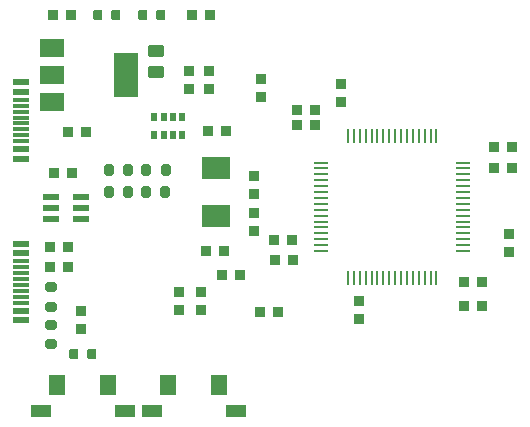
<source format=gtp>
G04 #@! TF.GenerationSoftware,KiCad,Pcbnew,(7.99.0-174-g31be74b8b3)*
G04 #@! TF.CreationDate,2023-07-10T17:09:23+02:00*
G04 #@! TF.ProjectId,HydraBus,48796472-6142-4757-932e-6b696361645f,1.0 Rev1.4*
G04 #@! TF.SameCoordinates,Original*
G04 #@! TF.FileFunction,Paste,Top*
G04 #@! TF.FilePolarity,Positive*
%FSLAX46Y46*%
G04 Gerber Fmt 4.6, Leading zero omitted, Abs format (unit mm)*
G04 Created by KiCad (PCBNEW (7.99.0-174-g31be74b8b3)) date 2023-07-10 17:09:23*
%MOMM*%
%LPD*%
G01*
G04 APERTURE LIST*
G04 Aperture macros list*
%AMRoundRect*
0 Rectangle with rounded corners*
0 $1 Rounding radius*
0 $2 $3 $4 $5 $6 $7 $8 $9 X,Y pos of 4 corners*
0 Add a 4 corners polygon primitive as box body*
4,1,4,$2,$3,$4,$5,$6,$7,$8,$9,$2,$3,0*
0 Add four circle primitives for the rounded corners*
1,1,$1+$1,$2,$3*
1,1,$1+$1,$4,$5*
1,1,$1+$1,$6,$7*
1,1,$1+$1,$8,$9*
0 Add four rect primitives between the rounded corners*
20,1,$1+$1,$2,$3,$4,$5,0*
20,1,$1+$1,$4,$5,$6,$7,0*
20,1,$1+$1,$6,$7,$8,$9,0*
20,1,$1+$1,$8,$9,$2,$3,0*%
G04 Aperture macros list end*
%ADD10RoundRect,0.200000X-0.200000X-0.275000X0.200000X-0.275000X0.200000X0.275000X-0.200000X0.275000X0*%
%ADD11RoundRect,0.200000X0.200000X0.275000X-0.200000X0.275000X-0.200000X-0.275000X0.200000X-0.275000X0*%
%ADD12RoundRect,0.200000X-0.275000X0.200000X-0.275000X-0.200000X0.275000X-0.200000X0.275000X0.200000X0*%
%ADD13R,1.450000X0.600000*%
%ADD14R,1.450000X0.300000*%
%ADD15R,2.400000X1.900000*%
%ADD16R,0.240000X1.200000*%
%ADD17R,1.200000X0.240000*%
%ADD18R,1.778000X1.016000*%
%ADD19R,1.397000X1.778000*%
%ADD20RoundRect,0.111125X0.333375X-0.333375X0.333375X0.333375X-0.333375X0.333375X-0.333375X-0.333375X0*%
%ADD21RoundRect,0.111125X0.333375X0.333375X-0.333375X0.333375X-0.333375X-0.333375X0.333375X-0.333375X0*%
%ADD22RoundRect,0.111125X-0.333375X-0.333375X0.333375X-0.333375X0.333375X0.333375X-0.333375X0.333375X0*%
%ADD23R,2.000000X3.800000*%
%ADD24R,2.000000X1.500000*%
%ADD25RoundRect,0.127000X-0.571500X0.381000X-0.571500X-0.381000X0.571500X-0.381000X0.571500X0.381000X0*%
%ADD26RoundRect,0.111125X-0.333375X0.333375X-0.333375X-0.333375X0.333375X-0.333375X0.333375X0.333375X0*%
%ADD27R,1.320800X0.558800*%
%ADD28RoundRect,0.095250X-0.285750X-0.349250X0.285750X-0.349250X0.285750X0.349250X-0.285750X0.349250X0*%
%ADD29RoundRect,0.095250X0.285750X0.349250X-0.285750X0.349250X-0.285750X-0.349250X0.285750X-0.349250X0*%
%ADD30R,0.508000X0.762000*%
G04 APERTURE END LIST*
D10*
X165545000Y-83820000D03*
X167195000Y-83820000D03*
X167140000Y-85725000D03*
X165490000Y-85725000D03*
D11*
X164020000Y-85695000D03*
X162370000Y-85695000D03*
X164020000Y-83820000D03*
X162370000Y-83820000D03*
D12*
X157480000Y-96935000D03*
X157480000Y-98585000D03*
X157480000Y-93790000D03*
X157480000Y-95440000D03*
D13*
X154954587Y-76409999D03*
X154954587Y-77209999D03*
D14*
X154954587Y-78409999D03*
X154954587Y-79409999D03*
X154954587Y-79909999D03*
X154954587Y-80909999D03*
D13*
X154954587Y-82109999D03*
X154954587Y-82909999D03*
X154954587Y-82909999D03*
X154954587Y-82109999D03*
D14*
X154954587Y-81409999D03*
X154954587Y-80409999D03*
X154954587Y-78909999D03*
X154954587Y-77909999D03*
D13*
X154954587Y-77209999D03*
X154954587Y-76409999D03*
X154954587Y-90094999D03*
X154954587Y-90894999D03*
D14*
X154954587Y-91594999D03*
X154954587Y-92594999D03*
X154954587Y-94094999D03*
X154954587Y-95094999D03*
D13*
X154954587Y-95794999D03*
X154954587Y-96594999D03*
X154954587Y-96594999D03*
X154954587Y-95794999D03*
D14*
X154954587Y-94594999D03*
X154954587Y-93594999D03*
X154954587Y-93094999D03*
X154954587Y-92094999D03*
D13*
X154954587Y-90894999D03*
X154954587Y-90094999D03*
D15*
X171449999Y-87774999D03*
X171449999Y-83674999D03*
D16*
X182615899Y-80969599D03*
X183115899Y-80969599D03*
X183615899Y-80969599D03*
X184115899Y-80969599D03*
X184615899Y-80969599D03*
X185115899Y-80969599D03*
X185615899Y-80969599D03*
X186115899Y-80969599D03*
X186615899Y-80969599D03*
X187115899Y-80969599D03*
X187615899Y-80969599D03*
X188115899Y-80969599D03*
X188615899Y-80969599D03*
X189115899Y-80969599D03*
X189615899Y-80969599D03*
X190115899Y-80969599D03*
D17*
X192365899Y-83219599D03*
X192365899Y-83719599D03*
X192365899Y-84219599D03*
X192365899Y-84719599D03*
X192365899Y-85219599D03*
X192365899Y-85719599D03*
X192365899Y-86219599D03*
X192365899Y-86719599D03*
X192365899Y-87219599D03*
X192365899Y-87719599D03*
X192365899Y-88219599D03*
X192365899Y-88719599D03*
X192365899Y-89219599D03*
X192365899Y-89719599D03*
X192365899Y-90219599D03*
X192365899Y-90719599D03*
D16*
X190115899Y-92969599D03*
X189615899Y-92969599D03*
X189115899Y-92969599D03*
X188615899Y-92969599D03*
X188115899Y-92969599D03*
X187615899Y-92969599D03*
X187115899Y-92969599D03*
X186615899Y-92969599D03*
X186115899Y-92969599D03*
X185615899Y-92969599D03*
X185115899Y-92969599D03*
X184615899Y-92969599D03*
X184115899Y-92969599D03*
X183615899Y-92969599D03*
X183115899Y-92969599D03*
X182615899Y-92969599D03*
D17*
X180365899Y-90719599D03*
X180365899Y-90219599D03*
X180365899Y-89719599D03*
X180365899Y-89219599D03*
X180365899Y-88719599D03*
X180365899Y-88219599D03*
X180365899Y-87719599D03*
X180365899Y-87219599D03*
X180365899Y-86719599D03*
X180365899Y-86219599D03*
X180365899Y-85719599D03*
X180365899Y-85219599D03*
X180365899Y-84719599D03*
X180365899Y-84219599D03*
X180365899Y-83719599D03*
X180365899Y-83219599D03*
D18*
X173139099Y-104241599D03*
X166027099Y-104241599D03*
D19*
X171742099Y-102082599D03*
X167424099Y-102082599D03*
D20*
X175260000Y-76174600D03*
X175260000Y-77698600D03*
D21*
X170561000Y-90735000D03*
X172085000Y-90735000D03*
X170803000Y-80575000D03*
X172327000Y-80575000D03*
D22*
X176657000Y-95885000D03*
X175133000Y-95885000D03*
D20*
X182029100Y-76555600D03*
X182029100Y-78079600D03*
D23*
X163843099Y-75793599D03*
D24*
X157543099Y-78093599D03*
X157543099Y-75793599D03*
X157543099Y-73493599D03*
D22*
X159258000Y-84074000D03*
X157734000Y-84074000D03*
X173482000Y-92710000D03*
X171958000Y-92710000D03*
D25*
X166408100Y-75539600D03*
X166408100Y-73761600D03*
D22*
X160439100Y-80619600D03*
X158915100Y-80619600D03*
X159169100Y-70713600D03*
X157645100Y-70713600D03*
X170980100Y-70713600D03*
X169456100Y-70713600D03*
X196507100Y-81889600D03*
X194983100Y-81889600D03*
D26*
X183527700Y-96469200D03*
X183527700Y-94945200D03*
D21*
X192443100Y-93319600D03*
X193967100Y-93319600D03*
X176364900Y-89738200D03*
X177888900Y-89738200D03*
X178308000Y-80010000D03*
X179832000Y-80010000D03*
X192443100Y-95351600D03*
X193967100Y-95351600D03*
X176403000Y-91440000D03*
X177927000Y-91440000D03*
D20*
X174625000Y-87503000D03*
X174625000Y-89027000D03*
D27*
X157479999Y-88036399D03*
X157479999Y-87096599D03*
X157479999Y-86156799D03*
X160019999Y-86156799D03*
X160019999Y-87096599D03*
X160019999Y-88036399D03*
D26*
X174625000Y-85852000D03*
X174625000Y-84328000D03*
D22*
X158877000Y-90398600D03*
X157353000Y-90398600D03*
X158877000Y-92075000D03*
X157353000Y-92075000D03*
D20*
X160020000Y-95758000D03*
X160020000Y-97282000D03*
X170180000Y-94208600D03*
X170180000Y-95732600D03*
D28*
X162979100Y-70713600D03*
X161455100Y-70713600D03*
X166789100Y-70713600D03*
X165265100Y-70713600D03*
D29*
X159423100Y-99415600D03*
X160947100Y-99415600D03*
D18*
X163741099Y-104241599D03*
X156629099Y-104241599D03*
D19*
X162344099Y-102082599D03*
X158026099Y-102082599D03*
D20*
X168275000Y-94208600D03*
X168275000Y-95732600D03*
D30*
X166179499Y-79374999D03*
X167004999Y-79374999D03*
X167766999Y-79374999D03*
X168592499Y-79374999D03*
X168592499Y-80898999D03*
X167766999Y-80898999D03*
X167004999Y-80898999D03*
X166179499Y-80898999D03*
D22*
X196507100Y-83667600D03*
X194983100Y-83667600D03*
D21*
X178308000Y-78740000D03*
X179832000Y-78740000D03*
D20*
X196253100Y-89255600D03*
X196253100Y-90779600D03*
D26*
X169185000Y-76972000D03*
X169185000Y-75448000D03*
D20*
X170815000Y-75438000D03*
X170815000Y-76962000D03*
M02*

</source>
